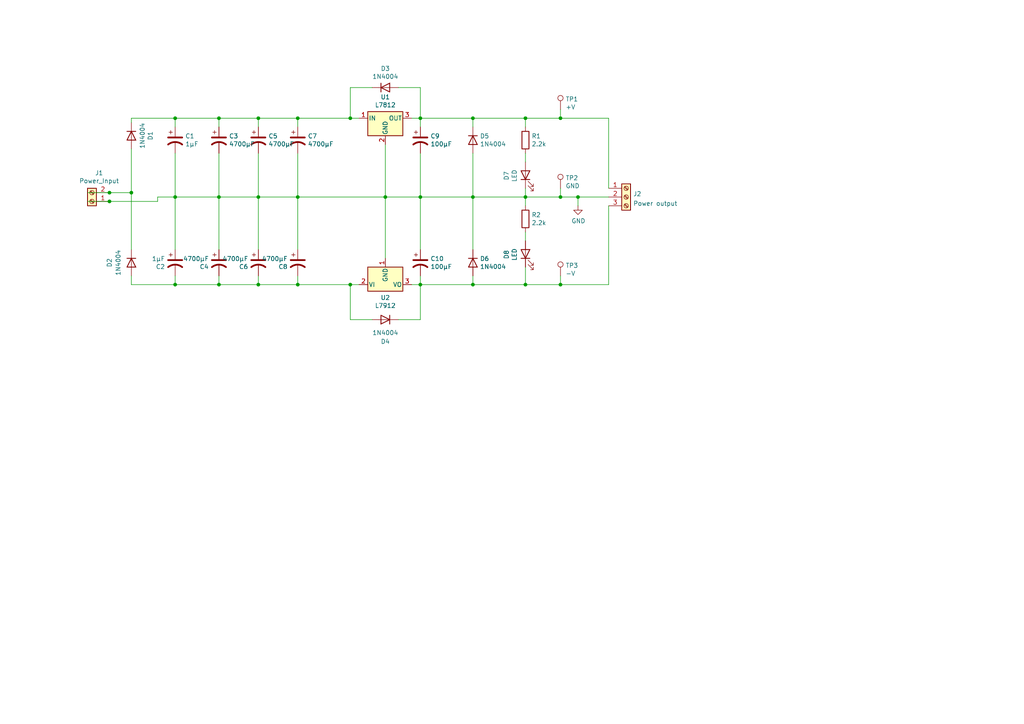
<source format=kicad_sch>
(kicad_sch (version 20211123) (generator eeschema)
  (paper "A4")
  (lib_symbols
    (symbol "Connector:Screw_Terminal_01x02" (pin_names (offset 1.016) hide)
      (property "Reference" "J" (at 0 2.54 0))
      (property "Value" "Screw_Terminal_01x02" (at 0 -5.08 0))
      (symbol "Screw_Terminal_01x02_1_1"
        (rectangle (start -1.27 1.27) (end 1.27 -3.81) (stroke (width 0.254)) (fill (type background)))
        (circle (center 0 -2.54) (radius 0.635) (stroke (width 0.1524)))
        (polyline (pts (xy -0.5334 -2.2098) (xy 0.3302 -3.048)) (stroke (width 0.1524)))
        (polyline (pts (xy -0.5334 0.3302) (xy 0.3302 -0.508)) (stroke (width 0.1524)))
        (polyline (pts (xy -0.3556 -2.032) (xy 0.508 -2.8702)) (stroke (width 0.1524)))
        (polyline (pts (xy -0.3556 0.508) (xy 0.508 -0.3302)) (stroke (width 0.1524)))
        (circle (center 0 0) (radius 0.635) (stroke (width 0.1524)))
        (pin passive line (at -5.08 0 0) (length 3.81) (name "Pin_1") (number "1"))
        (pin passive line (at -5.08 -2.54 0) (length 3.81) (name "Pin_2") (number "2"))
      )
    )
    (symbol "Connector:Screw_Terminal_01x03" (pin_names (offset 1.016) hide)
      (property "Reference" "J" (at 0 5.08 0))
      (property "Value" "Screw_Terminal_01x03" (at 0 -5.08 0))
      (symbol "Screw_Terminal_01x03_1_1"
        (rectangle (start -1.27 3.81) (end 1.27 -3.81) (stroke (width 0.254)) (fill (type background)))
        (circle (center 0 -2.54) (radius 0.635) (stroke (width 0.1524)))
        (polyline (pts (xy -0.5334 -2.2098) (xy 0.3302 -3.048)) (stroke (width 0.1524)))
        (polyline (pts (xy -0.5334 0.3302) (xy 0.3302 -0.508)) (stroke (width 0.1524)))
        (polyline (pts (xy -0.5334 2.8702) (xy 0.3302 2.032)) (stroke (width 0.1524)))
        (polyline (pts (xy -0.3556 -2.032) (xy 0.508 -2.8702)) (stroke (width 0.1524)))
        (polyline (pts (xy -0.3556 0.508) (xy 0.508 -0.3302)) (stroke (width 0.1524)))
        (polyline (pts (xy -0.3556 3.048) (xy 0.508 2.2098)) (stroke (width 0.1524)))
        (circle (center 0 0) (radius 0.635) (stroke (width 0.1524)))
        (circle (center 0 2.54) (radius 0.635) (stroke (width 0.1524)))
        (pin passive line (at -5.08 2.54 0) (length 3.81) (name "Pin_1") (number "1"))
        (pin passive line (at -5.08 0 0) (length 3.81) (name "Pin_2") (number "2"))
        (pin passive line (at -5.08 -2.54 0) (length 3.81) (name "Pin_3") (number "3"))
      )
    )
    (symbol "Connector:TestPoint" (pin_numbers hide) (pin_names (offset 0.762) hide)
      (property "Reference" "TP" (at 0 6.858 0))
      (property "Value" "TestPoint" (at 0 5.08 0))
      (symbol "TestPoint_0_1"
        (circle (center 0 3.302) (radius 0.762))
      )
      (symbol "TestPoint_1_1"
        (pin passive line (at 0 0 90) (length 2.54) (name "1") (number "1"))
      )
    )
    (symbol "Device:CP1" (pin_numbers hide) (pin_names (offset 0.254) hide)
      (property "Reference" "C" (at 0.635 2.54 0))
      (property "Value" "Device_CP1" (at 0.635 -2.54 0))
      (symbol "CP1_0_1"
        (polyline (pts (xy -2.032 0.762) (xy 2.032 0.762)) (stroke (width 0.508)))
        (polyline (pts (xy -1.778 2.286) (xy -0.762 2.286)))
        (polyline (pts (xy -1.27 1.778) (xy -1.27 2.794)))
        (arc (start 2.032 -1.27) (mid 0 -0.5572) (end -2.032 -1.27) (stroke (width 0.508)))
      )
      (symbol "CP1_1_1"
        (pin passive line (at 0 3.81 270) (length 2.794) (name "~") (number "1"))
        (pin passive line (at 0 -3.81 90) (length 3.302) (name "~") (number "2"))
      )
    )
    (symbol "Device:D" (pin_numbers hide) (pin_names (offset 1.016) hide)
      (property "Reference" "D" (at 0 2.54 0))
      (property "Value" "D" (at 0 -2.54 0))
      (symbol "D_0_1"
        (polyline (pts (xy -1.27 1.27) (xy -1.27 -1.27)) (stroke (width 0.254)))
        (polyline (pts (xy 1.27 0) (xy -1.27 0)))
        (polyline (pts (xy 1.27 1.27) (xy 1.27 -1.27) (xy -1.27 0) (xy 1.27 1.27)) (stroke (width 0.254)))
      )
      (symbol "D_1_1"
        (pin passive line (at -3.81 0 0) (length 2.54) (name "K") (number "1"))
        (pin passive line (at 3.81 0 180) (length 2.54) (name "A") (number "2"))
      )
    )
    (symbol "Device:LED" (pin_numbers hide) (pin_names (offset 1.016) hide)
      (property "Reference" "D" (at 0 2.54 0))
      (property "Value" "LED" (at 0 -2.54 0))
      (symbol "LED_0_1"
        (polyline (pts (xy -1.27 -1.27) (xy -1.27 1.27)) (stroke (width 0.254)))
        (polyline (pts (xy -1.27 0) (xy 1.27 0)))
        (polyline (pts (xy 1.27 -1.27) (xy 1.27 1.27) (xy -1.27 0) (xy 1.27 -1.27)) (stroke (width 0.254)))
        (polyline (pts (xy -3.048 -0.762) (xy -4.572 -2.286) (xy -3.81 -2.286) (xy -4.572 -2.286) (xy -4.572 -1.524)))
        (polyline (pts (xy -1.778 -0.762) (xy -3.302 -2.286) (xy -2.54 -2.286) (xy -3.302 -2.286) (xy -3.302 -1.524)))
      )
      (symbol "LED_1_1"
        (pin passive line (at -3.81 0 0) (length 2.54) (name "K") (number "1"))
        (pin passive line (at 3.81 0 180) (length 2.54) (name "A") (number "2"))
      )
    )
    (symbol "Device:R" (pin_numbers hide) (pin_names (offset 0))
      (property "Reference" "R" (at 2.032 0 90))
      (property "Value" "R" (at 0 0 90))
      (symbol "R_0_1"
        (rectangle (start -1.016 -2.54) (end 1.016 2.54) (stroke (width 0.254)))
      )
      (symbol "R_1_1"
        (pin passive line (at 0 3.81 270) (length 1.27) (name "~") (number "1"))
        (pin passive line (at 0 -3.81 90) (length 1.27) (name "~") (number "2"))
      )
    )
    (symbol "Regulator_Linear:L7812" (pin_names (offset 0.254))
      (property "Reference" "U" (at -3.81 3.175 0))
      (property "Value" "L7812" (at 0 3.175 0))
      (symbol "L7812_0_1"
        (rectangle (start -5.08 1.905) (end 5.08 -5.08) (stroke (width 0.254)) (fill (type background)))
      )
      (symbol "L7812_1_1"
        (pin power_in line (at -7.62 0 0) (length 2.54) (name "IN") (number "1"))
        (pin power_in line (at 0 -7.62 90) (length 2.54) (name "GND") (number "2"))
        (pin power_out line (at 7.62 0 180) (length 2.54) (name "OUT") (number "3"))
      )
    )
    (symbol "Regulator_Linear:L7912" (pin_names (offset 0.254))
      (property "Reference" "U" (at -3.81 -3.175 0))
      (property "Value" "L7912" (at 0 -3.175 0))
      (symbol "L7912_0_1"
        (rectangle (start -5.08 5.08) (end 5.08 -1.905) (stroke (width 0.254)) (fill (type background)))
      )
      (symbol "L7912_1_1"
        (pin power_in line (at 0 7.62 270) (length 2.54) (name "GND") (number "1"))
        (pin power_in line (at -7.62 0 0) (length 2.54) (name "VI") (number "2"))
        (pin power_out line (at 7.62 0 180) (length 2.54) (name "VO") (number "3"))
      )
    )
    (symbol "power:GND" (power) (pin_names (offset 0))
      (property "Value" "GND" (at 0 -3.81 0))
      (symbol "GND_0_1"
        (polyline (pts (xy 0 0) (xy 0 -1.27) (xy 1.27 -1.27) (xy 0 -2.54) (xy -1.27 -1.27) (xy 0 -1.27)))
      )
      (symbol "GND_1_1"
        (pin power_in line (at 0 0 270) (length 0) hide (name "GND") (number "1"))
      )
    )
  )
  (junction (at 86.36 82.55))
  (junction (at 162.56 34.29))
  (junction (at 31.75 58.42))
  (junction (at 121.92 82.55))
  (junction (at 111.76 57.15))
  (junction (at 152.4 57.15))
  (junction (at 137.16 34.29))
  (junction (at 167.64 57.15))
  (junction (at 74.93 34.29))
  (junction (at 121.92 34.29))
  (junction (at 101.6 82.55))
  (junction (at 152.4 34.29))
  (junction (at 162.56 57.15))
  (junction (at 86.36 57.15))
  (junction (at 74.93 82.55))
  (junction (at 50.8 57.15))
  (junction (at 137.16 82.55))
  (junction (at 31.75 55.88))
  (junction (at 162.56 82.55))
  (junction (at 50.8 82.55))
  (junction (at 152.4 82.55))
  (junction (at 74.93 57.15))
  (junction (at 50.8 34.29))
  (junction (at 121.92 57.15))
  (junction (at 63.5 82.55))
  (junction (at 38.1 55.88))
  (junction (at 63.5 57.15))
  (junction (at 101.6 34.29))
  (junction (at 137.16 57.15))
  (junction (at 63.5 34.29))
  (junction (at 86.36 34.29))
  (wire (pts (xy 31.75 55.88) (xy 38.1 55.88)))
  (wire (pts (xy 38.1 55.88) (xy 38.1 72.39)))
  (wire (pts (xy 63.5 36.83) (xy 63.5 34.29)))
  (wire (pts (xy 101.6 82.55) (xy 101.6 92.71)))
  (wire (pts (xy 121.92 72.39) (xy 121.92 57.15)))
  (wire (pts (xy 137.16 80.01) (xy 137.16 82.55)))
  (wire (pts (xy 162.56 82.55) (xy 162.56 80.01)))
  (wire (pts (xy 25.4 58.42) (xy 31.75 58.42)))
  (wire (pts (xy 115.57 25.4) (xy 121.92 25.4)))
  (wire (pts (xy 38.1 34.29) (xy 50.8 34.29)))
  (wire (pts (xy 167.64 57.15) (xy 176.53 57.15)))
  (wire (pts (xy 162.56 31.75) (xy 162.56 34.29)))
  (wire (pts (xy 50.8 82.55) (xy 50.8 80.01)))
  (wire (pts (xy 104.14 82.55) (xy 101.6 82.55)))
  (wire (pts (xy 86.36 44.45) (xy 86.36 57.15)))
  (wire (pts (xy 152.4 34.29) (xy 137.16 34.29)))
  (wire (pts (xy 152.4 57.15) (xy 152.4 54.61)))
  (wire (pts (xy 119.38 34.29) (xy 121.92 34.29)))
  (wire (pts (xy 63.5 72.39) (xy 63.5 57.15)))
  (wire (pts (xy 121.92 57.15) (xy 111.76 57.15)))
  (wire (pts (xy 111.76 57.15) (xy 111.76 74.93)))
  (wire (pts (xy 152.4 57.15) (xy 152.4 59.69)))
  (wire (pts (xy 176.53 34.29) (xy 176.53 54.61)))
  (wire (pts (xy 162.56 34.29) (xy 176.53 34.29)))
  (wire (pts (xy 50.8 82.55) (xy 38.1 82.55)))
  (wire (pts (xy 86.36 34.29) (xy 74.93 34.29)))
  (wire (pts (xy 38.1 43.18) (xy 38.1 55.88)))
  (wire (pts (xy 86.36 34.29) (xy 101.6 34.29)))
  (wire (pts (xy 104.14 34.29) (xy 101.6 34.29)))
  (wire (pts (xy 86.36 82.55) (xy 74.93 82.55)))
  (wire (pts (xy 107.95 25.4) (xy 101.6 25.4)))
  (wire (pts (xy 152.4 46.99) (xy 152.4 44.45)))
  (wire (pts (xy 152.4 82.55) (xy 152.4 77.47)))
  (wire (pts (xy 152.4 57.15) (xy 162.56 57.15)))
  (wire (pts (xy 121.92 34.29) (xy 121.92 36.83)))
  (wire (pts (xy 119.38 82.55) (xy 121.92 82.55)))
  (wire (pts (xy 74.93 36.83) (xy 74.93 34.29)))
  (wire (pts (xy 101.6 92.71) (xy 107.95 92.71)))
  (wire (pts (xy 176.53 59.69) (xy 176.53 82.55)))
  (wire (pts (xy 86.36 72.39) (xy 86.36 57.15)))
  (wire (pts (xy 74.93 82.55) (xy 63.5 82.55)))
  (wire (pts (xy 121.92 57.15) (xy 137.16 57.15)))
  (wire (pts (xy 74.93 57.15) (xy 86.36 57.15)))
  (wire (pts (xy 74.93 80.01) (xy 74.93 82.55)))
  (wire (pts (xy 86.36 36.83) (xy 86.36 34.29)))
  (wire (pts (xy 50.8 57.15) (xy 63.5 57.15)))
  (wire (pts (xy 50.8 57.15) (xy 45.72 57.15)))
  (wire (pts (xy 63.5 44.45) (xy 63.5 57.15)))
  (wire (pts (xy 101.6 25.4) (xy 101.6 34.29)))
  (wire (pts (xy 86.36 82.55) (xy 101.6 82.55)))
  (wire (pts (xy 74.93 57.15) (xy 74.93 72.39)))
  (wire (pts (xy 63.5 34.29) (xy 50.8 34.29)))
  (wire (pts (xy 152.4 67.31) (xy 152.4 69.85)))
  (wire (pts (xy 167.64 59.69) (xy 167.64 57.15)))
  (wire (pts (xy 86.36 82.55) (xy 86.36 80.01)))
  (wire (pts (xy 74.93 44.45) (xy 74.93 57.15)))
  (wire (pts (xy 50.8 36.83) (xy 50.8 34.29)))
  (wire (pts (xy 137.16 82.55) (xy 121.92 82.55)))
  (wire (pts (xy 111.76 41.91) (xy 111.76 57.15)))
  (wire (pts (xy 74.93 34.29) (xy 63.5 34.29)))
  (wire (pts (xy 152.4 82.55) (xy 162.56 82.55)))
  (wire (pts (xy 25.4 55.88) (xy 31.75 55.88)))
  (wire (pts (xy 121.92 34.29) (xy 137.16 34.29)))
  (wire (pts (xy 38.1 82.55) (xy 38.1 80.01)))
  (wire (pts (xy 137.16 57.15) (xy 152.4 57.15)))
  (wire (pts (xy 137.16 44.45) (xy 137.16 57.15)))
  (wire (pts (xy 63.5 80.01) (xy 63.5 82.55)))
  (wire (pts (xy 152.4 36.83) (xy 152.4 34.29)))
  (wire (pts (xy 152.4 34.29) (xy 162.56 34.29)))
  (wire (pts (xy 137.16 72.39) (xy 137.16 57.15)))
  (wire (pts (xy 50.8 57.15) (xy 50.8 72.39)))
  (wire (pts (xy 31.75 58.42) (xy 45.72 58.42)))
  (wire (pts (xy 121.92 44.45) (xy 121.92 57.15)))
  (wire (pts (xy 86.36 57.15) (xy 111.76 57.15)))
  (wire (pts (xy 63.5 57.15) (xy 74.93 57.15)))
  (wire (pts (xy 137.16 82.55) (xy 152.4 82.55)))
  (wire (pts (xy 38.1 35.56) (xy 38.1 34.29)))
  (wire (pts (xy 121.92 25.4) (xy 121.92 34.29)))
  (wire (pts (xy 162.56 82.55) (xy 176.53 82.55)))
  (wire (pts (xy 162.56 54.61) (xy 162.56 57.15)))
  (wire (pts (xy 50.8 44.45) (xy 50.8 57.15)))
  (wire (pts (xy 162.56 57.15) (xy 167.64 57.15)))
  (wire (pts (xy 137.16 36.83) (xy 137.16 34.29)))
  (wire (pts (xy 45.72 57.15) (xy 45.72 58.42)))
  (wire (pts (xy 63.5 82.55) (xy 50.8 82.55)))
  (wire (pts (xy 121.92 82.55) (xy 121.92 92.71)))
  (wire (pts (xy 121.92 92.71) (xy 115.57 92.71)))
  (wire (pts (xy 121.92 80.01) (xy 121.92 82.55)))
  (symbol (lib_id "Regulator_Linear:L7812") (at 111.76 34.29 0) (unit 1)
    (property "Reference" "U1" (at 111.76 28.1432 0))
    (property "Value" "L7812" (at 111.76 30.4546 0))
    (property "Footprint" "Package_TO_SOT_THT:TO-220-3_Vertical" (effects hide))
    (property "Datasheet" "http://www.st.com/content/ccc/resource/technical/document/datasheet/41/4f/b3/b0/12/d4/47/88/CD00000444.pdf/files/CD00000444.pdf/jcr:content/translations/en.CD00000444.pdf" (effects hide))
  )
  (symbol (lib_id "Regulator_Linear:L7912") (at 111.76 82.55 0) (unit 1)
    (property "Reference" "U2" (at 111.76 86.3346 0))
    (property "Value" "L7912" (at 111.76 88.646 0))
    (property "Footprint" "Package_TO_SOT_THT:TO-220-3_Vertical" (effects hide))
    (property "Datasheet" "http://www.st.com/content/ccc/resource/technical/document/datasheet/c9/16/86/41/c7/2b/45/f2/CD00000450.pdf/files/CD00000450.pdf/jcr:content/translations/en.CD00000450.pdf" (effects hide))
  )
  (symbol (lib_id "Device:CP1") (at 50.8 40.64 0) (unit 1)
    (property "Reference" "C1" (at 53.721 39.4716 0) (effects (justify left)))
    (property "Value" "1µF" (at 53.721 41.783 0) (effects (justify left)))
    (property "Footprint" "Capacitor_THT:CP_Radial_D5.0mm_P2.00mm" (effects hide))
  )
  (symbol (lib_id "Device:CP1") (at 63.5 40.64 0) (unit 1)
    (property "Reference" "C3" (at 66.421 39.4716 0) (effects (justify left)))
    (property "Value" "4700µF" (at 66.421 41.783 0) (effects (justify left)))
    (property "Footprint" "Capacitor_THT:CP_Radial_D16.0mm_P7.50mm" (effects hide))
  )
  (symbol (lib_id "Device:CP1") (at 121.92 40.64 0) (unit 1)
    (property "Reference" "C9" (at 124.841 39.4716 0) (effects (justify left)))
    (property "Value" "100µF" (at 124.841 41.783 0) (effects (justify left)))
    (property "Footprint" "Capacitor_THT:CP_Radial_D5.0mm_P2.00mm" (effects hide))
  )
  (symbol (lib_id "Device:CP1") (at 121.92 76.2 0) (unit 1)
    (property "Reference" "C10" (at 124.841 75.0316 0) (effects (justify left)))
    (property "Value" "100µF" (at 124.841 77.343 0) (effects (justify left)))
    (property "Footprint" "Capacitor_THT:CP_Radial_D5.0mm_P2.00mm" (effects hide))
  )
  (symbol (lib_id "Device:CP1") (at 74.93 40.64 0) (unit 1)
    (property "Reference" "C5" (at 77.851 39.4716 0) (effects (justify left)))
    (property "Value" "4700µF" (at 77.851 41.783 0) (effects (justify left)))
    (property "Footprint" "Capacitor_THT:CP_Radial_D16.0mm_P7.50mm" (effects hide))
  )
  (symbol (lib_id "Device:CP1") (at 86.36 40.64 0) (unit 1)
    (property "Reference" "C7" (at 89.281 39.4716 0) (effects (justify left)))
    (property "Value" "4700µF" (at 89.281 41.783 0) (effects (justify left)))
    (property "Footprint" "Capacitor_THT:CP_Radial_D16.0mm_P7.50mm" (effects hide))
  )
  (symbol (lib_id "Device:D") (at 38.1 76.2 270) (unit 1)
    (property "Reference" "D2" (at 31.75 76.2 0))
    (property "Value" "1N4004" (at 34.29 76.2 0))
    (property "Footprint" "Diode_THT:D_DO-41_SOD81_P10.16mm_Horizontal" (effects hide))
  )
  (symbol (lib_id "Connector:TestPoint") (at 162.56 80.01 0) (unit 1)
    (property "Reference" "TP3" (at 164.0332 77.0128 0) (effects (justify left)))
    (property "Value" "-V" (at 164.0332 79.3242 0) (effects (justify left)))
    (property "Footprint" "TestPoint:TestPoint_Keystone_5000-5004_Miniature" (effects hide))
  )
  (symbol (lib_id "Connector:TestPoint") (at 162.56 31.75 0) (unit 1)
    (property "Reference" "TP1" (at 164.0332 28.7528 0) (effects (justify left)))
    (property "Value" "+V" (at 164.0332 31.0642 0) (effects (justify left)))
    (property "Footprint" "TestPoint:TestPoint_Keystone_5000-5004_Miniature" (effects hide))
  )
  (symbol (lib_id "Connector:TestPoint") (at 162.56 54.61 0) (unit 1)
    (property "Reference" "TP2" (at 164.0332 51.6128 0) (effects (justify left)))
    (property "Value" "GND" (at 164.0332 53.9242 0) (effects (justify left)))
    (property "Footprint" "TestPoint:TestPoint_Keystone_5000-5004_Miniature" (effects hide))
  )
  (symbol (lib_id "Device:CP1") (at 86.36 76.2 0) (unit 1)
    (property "Reference" "C8" (at 83.439 77.3684 0) (effects (justify right)))
    (property "Value" "4700µF" (at 83.439 75.057 0) (effects (justify right)))
    (property "Footprint" "Capacitor_THT:CP_Radial_D16.0mm_P7.50mm" (effects hide))
  )
  (symbol (lib_id "Device:CP1") (at 74.93 76.2 0) (unit 1)
    (property "Reference" "C6" (at 72.009 77.3684 0) (effects (justify right)))
    (property "Value" "4700µF" (at 72.009 75.057 0) (effects (justify right)))
    (property "Footprint" "Capacitor_THT:CP_Radial_D16.0mm_P7.50mm" (effects hide))
  )
  (symbol (lib_id "Device:CP1") (at 63.5 76.2 0) (unit 1)
    (property "Reference" "C4" (at 60.579 77.3684 0) (effects (justify right)))
    (property "Value" "4700µF" (at 60.579 75.057 0) (effects (justify right)))
    (property "Footprint" "Capacitor_THT:CP_Radial_D16.0mm_P7.50mm" (effects hide))
  )
  (symbol (lib_id "Device:CP1") (at 50.8 76.2 0) (unit 1)
    (property "Reference" "C2" (at 47.879 77.3684 0) (effects (justify right)))
    (property "Value" "1µF" (at 47.879 75.057 0) (effects (justify right)))
    (property "Footprint" "Capacitor_THT:CP_Radial_D5.0mm_P2.00mm" (effects hide))
  )
  (symbol (lib_id "Device:D") (at 38.1 39.37 270) (unit 1)
    (property "Reference" "D1" (at 43.6118 39.37 0))
    (property "Value" "1N4004" (at 41.3004 39.37 0))
    (property "Footprint" "Diode_THT:D_DO-41_SOD81_P10.16mm_Horizontal" (effects hide))
  )
  (symbol (lib_id "Device:D") (at 111.76 25.4 0) (unit 1)
    (property "Reference" "D3" (at 111.76 19.8882 0))
    (property "Value" "1N4004" (at 111.76 22.1996 0))
    (property "Footprint" "Diode_THT:D_DO-41_SOD81_P10.16mm_Horizontal" (effects hide))
  )
  (symbol (lib_id "Device:D") (at 111.76 92.71 180) (unit 1)
    (property "Reference" "D4" (at 111.76 99.06 0))
    (property "Value" "1N4004" (at 111.76 96.52 0))
    (property "Footprint" "Diode_THT:D_DO-41_SOD81_P10.16mm_Horizontal" (effects hide))
  )
  (symbol (lib_id "Device:D") (at 137.16 40.64 270) (unit 1)
    (property "Reference" "D5" (at 139.192 39.4716 90) (effects (justify left)))
    (property "Value" "1N4004" (at 139.192 41.783 90) (effects (justify left)))
    (property "Footprint" "Diode_THT:D_DO-41_SOD81_P10.16mm_Horizontal" (effects hide))
  )
  (symbol (lib_id "Device:D") (at 137.16 76.2 270) (unit 1)
    (property "Reference" "D6" (at 139.192 75.0316 90) (effects (justify left)))
    (property "Value" "1N4004" (at 139.192 77.343 90) (effects (justify left)))
    (property "Footprint" "Diode_THT:D_DO-41_SOD81_P10.16mm_Horizontal" (effects hide))
  )
  (symbol (lib_id "Device:R") (at 152.4 63.5 0) (unit 1)
    (property "Reference" "R2" (at 154.178 62.3316 0) (effects (justify left)))
    (property "Value" "2.2k" (at 154.178 64.643 0) (effects (justify left)))
    (property "Footprint" "Resistor_THT:R_Axial_DIN0309_L9.0mm_D3.2mm_P12.70mm_Horizontal" (effects hide))
  )
  (symbol (lib_id "Device:R") (at 152.4 40.64 180) (unit 1)
    (property "Reference" "R1" (at 154.178 39.4716 0) (effects (justify right)))
    (property "Value" "2.2k" (at 154.178 41.783 0) (effects (justify right)))
    (property "Footprint" "Resistor_THT:R_Axial_DIN0309_L9.0mm_D3.2mm_P12.70mm_Horizontal" (effects hide))
  )
  (symbol (lib_id "Device:LED") (at 152.4 50.8 90) (unit 1)
    (property "Reference" "D7" (at 146.8882 50.9778 0))
    (property "Value" "LED" (at 149.1996 50.9778 0))
    (property "Footprint" "LED_THT:LED_D5.0mm_Clear" (effects hide))
  )
  (symbol (lib_id "Device:LED") (at 152.4 73.66 90) (unit 1)
    (property "Reference" "D8" (at 146.8882 73.8378 0))
    (property "Value" "LED" (at 149.1996 73.8378 0))
    (property "Footprint" "LED_THT:LED_D5.0mm_Clear" (effects hide))
  )
  (symbol (lib_id "power:GND") (at 167.64 59.69 0) (unit 1)
    (property "Reference" "#PWR01" (effects hide))
    (property "Value" "GND" (at 167.767 64.0842 0))
  )
  (symbol (lib_id "Connector:Screw_Terminal_01x02") (at 26.67 58.42 180) (unit 1)
    (property "Reference" "J1" (at 28.7528 50.165 0))
    (property "Value" "Power_Input" (at 28.7528 52.4764 0))
    (property "Footprint" "TerminalBlock:TerminalBlock_bornier-2_P5.08mm" (effects hide))
  )
  (symbol (lib_id "Connector:Screw_Terminal_01x03") (at 181.61 57.15 0) (unit 1)
    (property "Reference" "J2" (at 183.642 56.2415 0) (effects (justify left)))
    (property "Value" "Power output" (at 183.642 59.0166 0) (effects (justify left)))
    (property "Footprint" "TerminalBlock:TerminalBlock_bornier-3_P5.08mm" (effects hide))
  )
)
</source>
